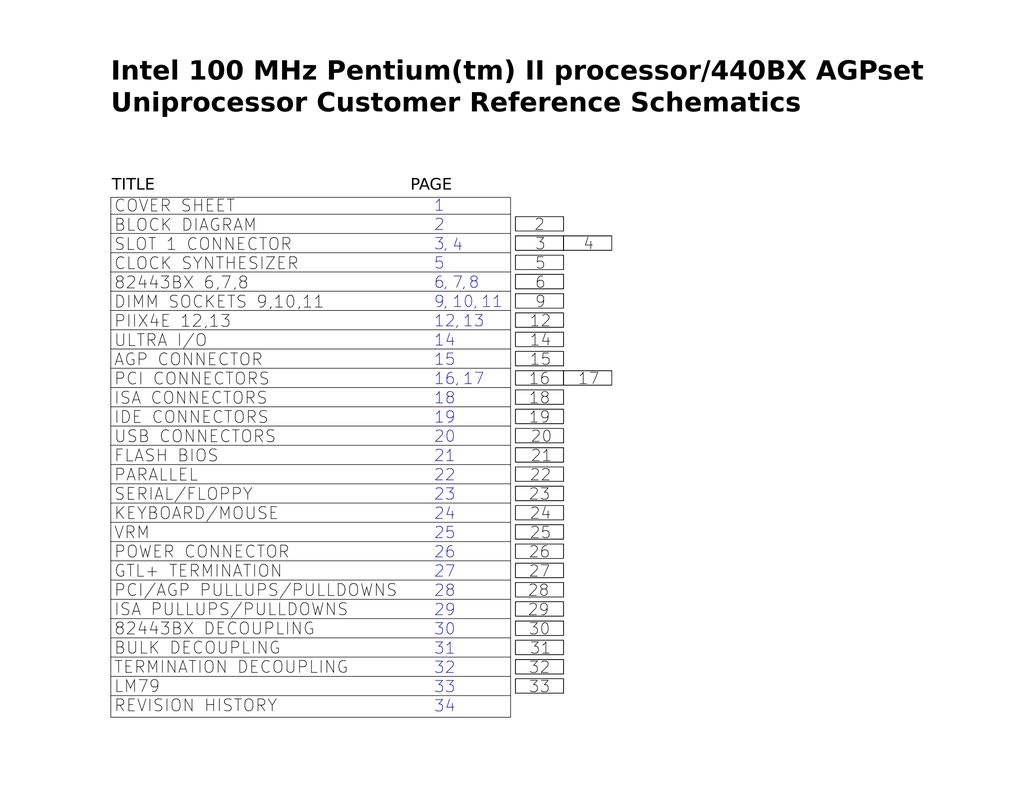
<source format=kicad_sch>
(kicad_sch
	(version 20241004)
	(generator "eeschema")
	(generator_version "8.99")
	(uuid "373c3af7-3bc7-49b4-93d6-3114ef59c408")
	(paper "User" 270 210)
	(title_block
		(title "Intel 100MHz Pentium(tm) II processor/440BX AGPset Uni-Processor Cover Sheet")
		(date "Thursday, April 09, 1998")
		(rev "1.0")
	)
	(lib_symbols)
	(rectangle
		(start 29.21 52.07)
		(end 134.62 189.23)
		(stroke
			(width 0)
			(type default)
			(color 0 0 0 1)
		)
		(fill
			(type none)
		)
		(uuid 59cdaa92-913b-414f-a690-8eadc4835b3c)
	)
	(text "14"
		(exclude_from_sim no)
		(at 114.3 89.916 0)
		(effects
			(font
				(size 3 3)
			)
			(justify left)
			(href "#14")
		)
		(uuid "00c90916-d0b3-4478-86df-6e61a39f3bc1")
	)
	(text ","
		(exclude_from_sim no)
		(at 119.634 84.836 0)
		(effects
			(font
				(size 3 3)
			)
			(justify left)
		)
		(uuid "0abb9a8e-51bb-4f35-860c-eae4f28c0efc")
	)
	(text "1"
		(exclude_from_sim no)
		(at 114.3 54.356 0)
		(effects
			(font
				(size 3 3)
			)
			(justify left)
			(href "#1")
		)
		(uuid "0bc33f78-7639-4194-91a5-1a1b7bd91984")
	)
	(text "26"
		(exclude_from_sim no)
		(at 114.3 145.796 0)
		(effects
			(font
				(size 3 3)
			)
			(justify left)
			(href "#26")
		)
		(uuid "0d9e0940-0d1f-41a3-b117-125bee73c69c")
	)
	(text "33"
		(exclude_from_sim no)
		(at 114.3 181.356 0)
		(effects
			(font
				(size 3 3)
			)
			(justify left)
			(href "#33")
		)
		(uuid "1769960f-8010-493f-992b-a26c2e5e26f5")
	)
	(text "3"
		(exclude_from_sim no)
		(at 114.3 64.516 0)
		(effects
			(font
				(size 3 3)
			)
			(justify left)
			(href "#3")
		)
		(uuid "186eb89f-6681-462b-8276-208e05e82e1b")
	)
	(text ","
		(exclude_from_sim no)
		(at 116.586 74.676 0)
		(effects
			(font
				(size 3 3)
			)
			(justify left)
		)
		(uuid "1b675ad8-1941-4b73-9cef-8e762e4579a8")
	)
	(text "5"
		(exclude_from_sim no)
		(at 114.3 69.596 0)
		(effects
			(font
				(size 3 3)
			)
			(justify left)
			(href "#5")
		)
		(uuid "239c2041-5d7b-406b-875e-b2778b0942d3")
	)
	(text "19"
		(exclude_from_sim no)
		(at 114.3 110.236 0)
		(effects
			(font
				(size 3 3)
			)
			(justify left)
			(href "#19")
		)
		(uuid "24eaa898-507f-4007-a00b-70899be74c7c")
	)
	(text "PAGE"
		(exclude_from_sim no)
		(at 108.204 49.784 0)
		(effects
			(font
				(face "Arial")
				(size 3 3)
				(thickness 0.6)
				(color 0 0 0 1)
			)
			(justify left)
		)
		(uuid "289050a7-2dcc-40e9-9597-366898ec2fdf")
	)
	(text "28"
		(exclude_from_sim no)
		(at 114.3 155.956 0)
		(effects
			(font
				(size 3 3)
			)
			(justify left)
			(href "#28")
		)
		(uuid "291fcc95-0f15-41a2-b069-6bc7a449feb6")
	)
	(text ","
		(exclude_from_sim no)
		(at 119.634 100.076 0)
		(effects
			(font
				(size 3 3)
			)
			(justify left)
		)
		(uuid "2fa0bcbe-cc6d-4e3a-8824-ca6b127a00b8")
	)
	(text "24"
		(exclude_from_sim no)
		(at 114.3 135.636 0)
		(effects
			(font
				(size 3 3)
			)
			(justify left)
			(href "#24")
		)
		(uuid "45932cb2-731b-4f44-b30e-f31d86033a68")
	)
	(text "16"
		(exclude_from_sim no)
		(at 114.3 100.076 0)
		(effects
			(font
				(size 3 3)
			)
			(justify left)
			(href "#16")
		)
		(uuid "4ca5dc17-ca6d-40ff-a791-1d070e3ee9cc")
	)
	(text "8"
		(exclude_from_sim no)
		(at 123.444 74.676 0)
		(effects
			(font
				(size 3 3)
			)
			(justify left)
			(href "#8")
		)
		(uuid "5821b384-2eb1-44b6-bd10-4c51d6795da8")
	)
	(text "12"
		(exclude_from_sim no)
		(at 114.3 84.836 0)
		(effects
			(font
				(size 3 3)
			)
			(justify left)
			(href "#12")
		)
		(uuid "663c481e-c8b2-438a-8fe8-fce2b8aa5dde")
	)
	(text "21"
		(exclude_from_sim no)
		(at 114.3 120.396 0)
		(effects
			(font
				(size 3 3)
			)
			(justify left)
			(href "#21")
		)
		(uuid "6e8895c0-f280-47d7-ac77-ba7d79eb20fc")
	)
	(text "32"
		(exclude_from_sim no)
		(at 114.3 176.276 0)
		(effects
			(font
				(size 3 3)
			)
			(justify left)
			(href "#32")
		)
		(uuid "773d5bd5-558f-4b01-8a7f-e65f09a4ef2c")
	)
	(text "29"
		(exclude_from_sim no)
		(at 114.3 161.036 0)
		(effects
			(font
				(size 3 3)
			)
			(justify left)
			(href "#29")
		)
		(uuid "78a2d96c-a403-49d1-88eb-049bceca48df")
	)
	(text "25"
		(exclude_from_sim no)
		(at 114.3 140.716 0)
		(effects
			(font
				(size 3 3)
			)
			(justify left)
			(href "#25")
		)
		(uuid "7c13bfeb-3098-4fc9-8de3-e131fe23c26f")
	)
	(text "Intel 100 MHz Pentium(tm) II processor/440BX AGPset\nUniprocessor Customer Reference Schematics"
		(exclude_from_sim no)
		(at 29.21 24.638 0)
		(effects
			(font
				(face "Arial")
				(size 5 5)
				(thickness 0.9)
				(bold yes)
				(color 0 0 0 1)
			)
			(justify left)
		)
		(uuid "93bf45f4-8288-4e3e-8d87-9bf2cfdac9e9")
	)
	(text "COVER SHEET\nBLOCK DIAGRAM\nSLOT 1 CONNECTOR\nCLOCK SYNTHESIZER\n82443BX 6,7,8\nDIMM SOCKETS 9,10,11\nPIIX4E 12,13\nULTRA I/O\nAGP CONNECTOR\nPCI CONNECTORS\nISA CONNECTORS\nIDE CONNECTORS\nUSB CONNECTORS\nFLASH BIOS\nPARALLEL\nSERIAL/FLOPPY\nKEYBOARD/MOUSE\nVRM\nPOWER CONNECTOR\nGTL+ TERMINATION\nPCI/AGP PULLUPS/PULLDOWNS\nISA PULLUPS/PULLDOWNS\n82443BX DECOUPLING\nBULK DECOUPLING\nTERMINATION DECOUPLING\nLM79\nREVISION HISTORY\n"
		(exclude_from_sim no)
		(at 29.972 120.396 0)
		(effects
			(font
				(size 3.15 3.15)
				(color 0 0 0 1)
			)
			(justify left)
		)
		(uuid "9f008e0a-c4a8-4b4e-ad39-9d3a46c773f4")
	)
	(text "2"
		(exclude_from_sim no)
		(at 114.3 59.436 0)
		(effects
			(font
				(size 3 3)
			)
			(justify left)
			(href "#2")
		)
		(uuid "a0cc5cb5-c96d-427e-a1ba-e5abc2ecca26")
	)
	(text "20"
		(exclude_from_sim no)
		(at 114.3 115.316 0)
		(effects
			(font
				(size 3 3)
			)
			(justify left)
			(href "#20")
		)
		(uuid "a463be30-e0e9-4fec-977e-240f458a1336")
	)
	(text "7"
		(exclude_from_sim no)
		(at 119.126 74.676 0)
		(effects
			(font
				(size 3 3)
			)
			(justify left)
			(href "#7")
		)
		(uuid "a6656aa2-e3f1-4bad-96eb-9f5ba185f3e8")
	)
	(text "6"
		(exclude_from_sim no)
		(at 114.3 74.676 0)
		(effects
			(font
				(size 3 3)
			)
			(justify left)
			(href "#6")
		)
		(uuid "a98fe799-be84-4f06-8ad2-f578a2582179")
	)
	(text "10"
		(exclude_from_sim no)
		(at 119.126 79.756 0)
		(effects
			(font
				(size 3 3)
			)
			(justify left)
			(href "#10")
		)
		(uuid "b71fea58-60ea-4a1e-a130-5fb257b72f98")
	)
	(text "18"
		(exclude_from_sim no)
		(at 114.3 105.156 0)
		(effects
			(font
				(size 3 3)
			)
			(justify left)
			(href "#18")
		)
		(uuid "bae57326-1352-4edc-82ab-2ad9ff625f44")
	)
	(text "34"
		(exclude_from_sim no)
		(at 114.3 186.436 0)
		(effects
			(font
				(size 3 3)
			)
			(justify left)
			(href "#34")
		)
		(uuid "bc1fab69-979d-4dae-b1fa-9be024345dce")
	)
	(text "31"
		(exclude_from_sim no)
		(at 114.3 171.196 0)
		(effects
			(font
				(size 3 3)
			)
			(justify left)
			(href "#31")
		)
		(uuid "bd168015-dabe-4a45-8b4c-3a51890eb252")
	)
	(text "22"
		(exclude_from_sim no)
		(at 114.3 125.476 0)
		(effects
			(font
				(size 3 3)
			)
			(justify left)
			(href "#22")
		)
		(uuid "c59b70b8-981d-4571-bf20-b28f74a04dde")
	)
	(text "13"
		(exclude_from_sim no)
		(at 121.92 84.836 0)
		(effects
			(font
				(size 3 3)
			)
			(justify left)
			(href "#13")
		)
		(uuid "c90c86ca-6cf7-44ef-8c48-383f8ae75135")
	)
	(text "TITLE"
		(exclude_from_sim no)
		(at 29.464 49.784 0)
		(effects
			(font
				(face "Arial")
				(size 3 3)
				(thickness 0.6)
				(color 0 0 0 1)
			)
			(justify left)
		)
		(uuid "ce08efd6-dff8-4ac2-ac02-2f0ef7c411cd")
	)
	(text "27"
		(exclude_from_sim no)
		(at 114.3 150.876 0)
		(effects
			(font
				(size 3 3)
			)
			(justify left)
			(href "#27")
		)
		(uuid "d0eb7266-f82a-4430-9f19-c99cbb1c1892")
	)
	(text "4"
		(exclude_from_sim no)
		(at 119.126 64.77 0)
		(effects
			(font
				(size 3 3)
			)
			(justify left)
			(href "#4")
		)
		(uuid "d69121c7-8506-4535-abdb-20ed1c7e8099")
	)
	(text "11"
		(exclude_from_sim no)
		(at 126.746 79.756 0)
		(effects
			(font
				(size 3 3)
			)
			(justify left)
			(href "#11")
		)
		(uuid "dca0b03e-ed60-472e-954d-c32b26acd3f1")
	)
	(text "15"
		(exclude_from_sim no)
		(at 114.3 94.996 0)
		(effects
			(font
				(size 3 3)
			)
			(justify left)
			(href "#15")
		)
		(uuid "e435a326-616e-4bce-b41a-f17363499076")
	)
	(text ","
		(exclude_from_sim no)
		(at 124.46 79.756 0)
		(effects
			(font
				(size 3 3)
			)
			(justify left)
		)
		(uuid "ec702128-b6bf-4a6a-b86f-101bb583bdc9")
	)
	(text "9"
		(exclude_from_sim no)
		(at 114.3 79.756 0)
		(effects
			(font
				(size 3 3)
			)
			(justify left)
			(href "#9")
		)
		(uuid "ef03ec22-38ae-4da9-80b5-026a1769dd21")
	)
	(text ","
		(exclude_from_sim no)
		(at 121.412 74.676 0)
		(effects
			(font
				(size 3 3)
			)
			(justify left)
		)
		(uuid "f1cd4255-48b7-4ef1-97ea-287249a44914")
	)
	(text "23"
		(exclude_from_sim no)
		(at 114.3 130.556 0)
		(effects
			(font
				(size 3 3)
			)
			(justify left)
			(href "#23")
		)
		(uuid "f3440cb5-c94b-4fc6-b73d-fb6632b82bef")
	)
	(text ","
		(exclude_from_sim no)
		(at 116.586 64.516 0)
		(effects
			(font
				(size 3 3)
			)
			(justify left)
		)
		(uuid "fae10589-9f69-4034-9e10-a5fb9a0b158d")
	)
	(text "30"
		(exclude_from_sim no)
		(at 114.3 166.116 0)
		(effects
			(font
				(size 3 3)
			)
			(justify left)
			(href "#30")
		)
		(uuid "fda4b538-eb89-4f35-9435-39171122c36e")
	)
	(text ","
		(exclude_from_sim no)
		(at 116.586 79.756 0)
		(effects
			(font
				(size 3 3)
			)
			(justify left)
		)
		(uuid "fde35911-d804-4775-a49d-1c2831fc5c2d")
	)
	(text "17"
		(exclude_from_sim no)
		(at 121.92 100.076 0)
		(effects
			(font
				(size 3 3)
			)
			(justify left)
			(href "#17")
		)
		(uuid "ff97261c-4404-474f-981c-d6a9eb4ca276")
	)
	(polyline
		(pts
			(xy 29.21 158.115) (xy 134.62 158.115)
		)
		(stroke
			(width 0)
			(type default)
			(color 0 0 0 1)
		)
		(uuid "0e5d28fa-8cf5-4103-adfb-5665ca707413")
	)
	(polyline
		(pts
			(xy 29.21 173.355) (xy 134.62 173.355)
		)
		(stroke
			(width 0)
			(type default)
			(color 0 0 0 1)
		)
		(uuid "1f88d460-c71a-4a06-9243-a90daede62d1")
	)
	(polyline
		(pts
			(xy 29.21 102.235) (xy 134.62 102.235)
		)
		(stroke
			(width 0)
			(type default)
			(color 0 0 0 1)
		)
		(uuid "2155fcc7-f0be-41d9-bafe-be504b97dfff")
	)
	(polyline
		(pts
			(xy 29.21 92.075) (xy 134.62 92.075)
		)
		(stroke
			(width 0)
			(type default)
			(color 0 0 0 1)
		)
		(uuid "278a4940-f206-4b38-bf60-a2375c05b4b2")
	)
	(polyline
		(pts
			(xy 29.21 132.715) (xy 134.62 132.715)
		)
		(stroke
			(width 0)
			(type default)
			(color 0 0 0 1)
		)
		(uuid "33fe14e3-e007-49c5-8882-d56438292887")
	)
	(polyline
		(pts
			(xy 29.21 168.275) (xy 134.62 168.275)
		)
		(stroke
			(width 0)
			(type default)
			(color 0 0 0 1)
		)
		(uuid "3d56d411-1b73-4ce8-b294-e353f02881ab")
	)
	(polyline
		(pts
			(xy 29.21 127.635) (xy 134.62 127.635)
		)
		(stroke
			(width 0)
			(type default)
			(color 0 0 0 1)
		)
		(uuid "46962b7e-6df1-4ec2-83ac-ddb75a5c1fa5")
	)
	(polyline
		(pts
			(xy 29.21 122.555) (xy 134.62 122.555)
		)
		(stroke
			(width 0)
			(type default)
			(color 0 0 0 1)
		)
		(uuid "49bc8f5d-49e2-404d-9ed1-1ac838c8b534")
	)
	(polyline
		(pts
			(xy 29.21 112.395) (xy 134.62 112.395)
		)
		(stroke
			(width 0)
			(type default)
			(color 0 0 0 1)
		)
		(uuid "4f015761-d11a-4f20-acce-4b8d069bcda4")
	)
	(polyline
		(pts
			(xy 29.21 66.675) (xy 134.62 66.675)
		)
		(stroke
			(width 0)
			(type default)
			(color 0 0 0 1)
		)
		(uuid "5e4f3708-201b-46d2-9884-c684b5bb90b6")
	)
	(polyline
		(pts
			(xy 29.21 86.995) (xy 134.62 86.995)
		)
		(stroke
			(width 0)
			(type default)
			(color 0 0 0 1)
		)
		(uuid "64005cb3-ca07-4de4-b56b-11c01a23027c")
	)
	(polyline
		(pts
			(xy 29.21 71.755) (xy 134.62 71.755)
		)
		(stroke
			(width 0)
			(type default)
			(color 0 0 0 1)
		)
		(uuid "8594edce-51ea-44f0-a41d-3c56876362a0")
	)
	(polyline
		(pts
			(xy 29.21 56.515) (xy 134.62 56.515)
		)
		(stroke
			(width 0)
			(type default)
			(color 0 0 0 1)
		)
		(uuid "8bc5dac1-fa34-4f65-9158-eb216226b654")
	)
	(polyline
		(pts
			(xy 29.21 107.315) (xy 134.62 107.315)
		)
		(stroke
			(width 0)
			(type default)
			(color 0 0 0 1)
		)
		(uuid "99e08776-63c1-4c09-925a-a6253221e351")
	)
	(polyline
		(pts
			(xy 29.21 163.195) (xy 134.62 163.195)
		)
		(stroke
			(width 0)
			(type default)
			(color 0 0 0 1)
		)
		(uuid "9db4e661-7aef-429e-9092-beae915d97c4")
	)
	(polyline
		(pts
			(xy 29.21 76.835) (xy 134.62 76.835)
		)
		(stroke
			(width 0)
			(type default)
			(color 0 0 0 1)
		)
		(uuid "a0bfe140-3edf-4a47-973a-72e15a5ea966")
	)
	(polyline
		(pts
			(xy 29.21 147.955) (xy 134.62 147.955)
		)
		(stroke
			(width 0)
			(type default)
			(color 0 0 0 1)
		)
		(uuid "a52a1555-9968-4a00-9449-eaea409ac3da")
	)
	(polyline
		(pts
			(xy 29.21 183.515) (xy 134.62 183.515)
		)
		(stroke
			(width 0)
			(type default)
			(color 0 0 0 1)
		)
		(uuid "a7b4225a-f127-4a0c-b3e8-b52d2981b718")
	)
	(polyline
		(pts
			(xy 29.21 153.035) (xy 134.62 153.035)
		)
		(stroke
			(width 0)
			(type default)
			(color 0 0 0 1)
		)
		(uuid "b3963e08-748e-404a-bf3a-e4a0a963d514")
	)
	(polyline
		(pts
			(xy 29.21 117.475) (xy 134.62 117.475)
		)
		(stroke
			(width 0)
			(type default)
			(color 0 0 0 1)
		)
		(uuid "b9b633c9-3ade-487a-8e60-830107b51cb0")
	)
	(polyline
		(pts
			(xy 29.21 97.155) (xy 134.62 97.155)
		)
		(stroke
			(width 0)
			(type default)
			(color 0 0 0 1)
		)
		(uuid "c8ac6bd7-b473-4c32-9047-735e5247d385")
	)
	(polyline
		(pts
			(xy 29.21 178.435) (xy 134.62 178.435)
		)
		(stroke
			(width 0)
			(type default)
			(color 0 0 0 1)
		)
		(uuid "d0911036-97f7-410e-8680-a2171e2fa582")
	)
	(polyline
		(pts
			(xy 29.21 142.875) (xy 134.62 142.875)
		)
		(stroke
			(width 0)
			(type default)
			(color 0 0 0 1)
		)
		(uuid "d360858d-0b46-4c0a-b103-e488c6c741b9")
	)
	(polyline
		(pts
			(xy 29.21 61.595) (xy 134.62 61.595)
		)
		(stroke
			(width 0)
			(type default)
			(color 0 0 0 1)
		)
		(uuid "e9785883-9b0d-4bcc-acf2-067141c3f665")
	)
	(polyline
		(pts
			(xy 29.21 137.795) (xy 134.62 137.795)
		)
		(stroke
			(width 0)
			(type default)
			(color 0 0 0 1)
		)
		(uuid "f043d77e-cf6a-4ac1-8b0f-937c4cdc6df2")
	)
	(polyline
		(pts
			(xy 29.21 81.915) (xy 134.62 81.915)
		)
		(stroke
			(width 0)
			(type default)
			(color 0 0 0 1)
		)
		(uuid "fabc00c0-2369-46f9-9f5d-bf7dd850a926")
	)
	(sheet
		(at 135.89 143.51)
		(size 12.7 3.81)
		(exclude_from_sim no)
		(in_bom yes)
		(on_board yes)
		(dnp no)
		(stroke
			(width 0.1524)
			(type solid)
			(color 0 0 0 1)
		)
		(fill
			(color 0 0 0 0.0000)
		)
		(uuid "0d44c185-cd8d-427c-aae6-f699898e47c6")
		(property "Sheetname" "Power Connector & Misc"
			(at 136.144 147.32 0)
			(effects
				(font
					(size 3 3)
				)
				(justify left bottom)
				(hide yes)
			)
		)
		(property "Sheetfile" "Power Connector & Misc.kicad_sch"
			(at 135.89 147.9046 0)
			(effects
				(font
					(size 1.27 1.27)
				)
				(justify left top)
				(hide yes)
			)
		)
		(property "page" "26"
			(at 142.24 145.542 0)
			(effects
				(font
					(size 3 3)
					(color 0 0 0 1)
				)
			)
		)
		(instances
			(project "440BX REFERENCE DESIGN"
				(path "/373c3af7-3bc7-49b4-93d6-3114ef59c408"
					(page "26")
				)
			)
		)
	)
	(sheet
		(at 135.89 163.83)
		(size 12.7 3.81)
		(exclude_from_sim no)
		(in_bom yes)
		(on_board yes)
		(dnp no)
		(stroke
			(width 0.1524)
			(type solid)
			(color 0 0 0 1)
		)
		(fill
			(color 0 0 0 0.0000)
		)
		(uuid "119affe0-f712-494e-8910-e2904acd0d7d")
		(property "Sheetname" "443BX DECOUPLING"
			(at 136.144 167.64 0)
			(effects
				(font
					(size 3 3)
				)
				(justify left bottom)
				(hide yes)
			)
		)
		(property "Sheetfile" "443BX DECOUPLING.kicad_sch"
			(at 135.89 168.2246 0)
			(effects
				(font
					(size 1.27 1.27)
				)
				(justify left top)
				(hide yes)
			)
		)
		(property "page" "30"
			(at 142.24 165.862 0)
			(effects
				(font
					(size 3 3)
					(color 0 0 0 1)
				)
			)
		)
		(instances
			(project "440BX REFERENCE DESIGN"
				(path "/373c3af7-3bc7-49b4-93d6-3114ef59c408"
					(page "30")
				)
			)
		)
	)
	(sheet
		(at 135.89 57.15)
		(size 12.7 3.81)
		(exclude_from_sim no)
		(in_bom yes)
		(on_board yes)
		(dnp no)
		(stroke
			(width 0.1524)
			(type solid)
			(color 0 0 0 1)
		)
		(fill
			(color 0 0 0 0.0000)
		)
		(uuid "1429e29f-9b79-44a6-b899-618b74bf12c1")
		(property "Sheetname" "BLOCK DIAGRAM"
			(at 135.89 56.4384 0)
			(effects
				(font
					(size 1.27 1.27)
				)
				(justify left bottom)
				(hide yes)
			)
		)
		(property "Sheetfile" "BLOCK DIAGRAM.kicad_sch"
			(at 135.89 61.5446 0)
			(effects
				(font
					(size 1.27 1.27)
				)
				(justify left top)
				(hide yes)
			)
		)
		(property "page" "2"
			(at 142.24 59.182 0)
			(effects
				(font
					(size 3 3)
					(color 0 0 0 1)
				)
			)
		)
		(instances
			(project "440BX REFERENCE DESIGN"
				(path "/373c3af7-3bc7-49b4-93d6-3114ef59c408"
					(page "2")
				)
			)
		)
	)
	(sheet
		(at 135.89 168.91)
		(size 12.7 3.81)
		(exclude_from_sim no)
		(in_bom yes)
		(on_board yes)
		(dnp no)
		(stroke
			(width 0.1524)
			(type solid)
			(color 0 0 0 1)
		)
		(fill
			(color 0 0 0 0.0000)
		)
		(uuid "2060545f-1ef3-4af5-ac95-92853a4b3600")
		(property "Sheetname" "BULK DECOUPLING"
			(at 136.144 172.72 0)
			(effects
				(font
					(size 3 3)
				)
				(justify left bottom)
				(hide yes)
			)
		)
		(property "Sheetfile" "BULK DECOUPLING.kicad_sch"
			(at 135.89 173.3046 0)
			(effects
				(font
					(size 1.27 1.27)
				)
				(justify left top)
				(hide yes)
			)
		)
		(property "page" "31"
			(at 142.494 170.942 0)
			(effects
				(font
					(size 3 3)
					(color 0 0 0 1)
				)
			)
		)
		(instances
			(project "440BX REFERENCE DESIGN"
				(path "/373c3af7-3bc7-49b4-93d6-3114ef59c408"
					(page "31")
				)
			)
		)
	)
	(sheet
		(at 135.89 67.31)
		(size 12.7 3.81)
		(exclude_from_sim no)
		(in_bom yes)
		(on_board yes)
		(dnp no)
		(stroke
			(width 0.1524)
			(type solid)
			(color 0 0 0 1)
		)
		(fill
			(color 0 0 0 0.0000)
		)
		(uuid "265f68ea-d5af-47e5-b361-9da793f8df8c")
		(property "Sheetname" "CLOCK SYNTHESIZER"
			(at 136.144 71.12 0)
			(effects
				(font
					(size 3 3)
				)
				(justify left bottom)
				(hide yes)
			)
		)
		(property "Sheetfile" "CLOCK SYNTHESIZER.kicad_sch"
			(at 135.89 71.7046 0)
			(effects
				(font
					(size 1.27 1.27)
				)
				(justify left top)
				(hide yes)
			)
		)
		(property "page" "5"
			(at 142.494 69.342 0)
			(effects
				(font
					(size 3 3)
					(color 0 0 0 1)
				)
			)
		)
		(instances
			(project "440BX REFERENCE DESIGN"
				(path "/373c3af7-3bc7-49b4-93d6-3114ef59c408"
					(page "5")
				)
			)
		)
	)
	(sheet
		(at 135.89 128.27)
		(size 12.7 3.81)
		(exclude_from_sim no)
		(in_bom yes)
		(on_board yes)
		(dnp no)
		(stroke
			(width 0.1524)
			(type solid)
			(color 0 0 0 1)
		)
		(fill
			(color 0 0 0 0.0000)
		)
		(uuid "3020945b-4e4f-4f21-b402-e212ded40366")
		(property "Sheetname" "SERIAL FLOPPY"
			(at 136.144 132.08 0)
			(effects
				(font
					(size 3 3)
				)
				(justify left bottom)
				(hide yes)
			)
		)
		(property "Sheetfile" "SERIAL AND FLOPPY.kicad_sch"
			(at 135.89 132.6646 0)
			(effects
				(font
					(size 1.27 1.27)
				)
				(justify left top)
				(hide yes)
			)
		)
		(property "page" "23"
			(at 142.24 130.302 0)
			(effects
				(font
					(size 3 3)
					(color 0 0 0 1)
				)
			)
		)
		(instances
			(project "440BX REFERENCE DESIGN"
				(path "/373c3af7-3bc7-49b4-93d6-3114ef59c408"
					(page "23")
				)
			)
		)
	)
	(sheet
		(at 135.89 173.99)
		(size 12.7 3.81)
		(exclude_from_sim no)
		(in_bom yes)
		(on_board yes)
		(dnp no)
		(stroke
			(width 0.1524)
			(type solid)
			(color 0 0 0 1)
		)
		(fill
			(color 0 0 0 0.0000)
		)
		(uuid "3584838d-96ec-434f-8ee3-bf4475f0a009")
		(property "Sheetname" "TERMINATION DECOUPLING"
			(at 136.144 177.8 0)
			(effects
				(font
					(size 3 3)
				)
				(justify left bottom)
				(hide yes)
			)
		)
		(property "Sheetfile" "TERMINATION DECOUPLING.kicad_sch"
			(at 135.89 189.0526 0)
			(effects
				(font
					(size 1.27 1.27)
				)
				(justify left top)
				(hide yes)
			)
		)
		(property "page" "32"
			(at 142.24 176.022 0)
			(effects
				(font
					(size 3 3)
					(color 0 0 0 1)
				)
			)
		)
		(instances
			(project "440BX REFERENCE DESIGN"
				(path "/373c3af7-3bc7-49b4-93d6-3114ef59c408"
					(page "32")
				)
			)
		)
	)
	(sheet
		(at 135.89 148.59)
		(size 12.7 3.81)
		(exclude_from_sim no)
		(in_bom yes)
		(on_board yes)
		(dnp no)
		(stroke
			(width 0.1524)
			(type solid)
			(color 0 0 0 1)
		)
		(fill
			(color 0 0 0 0.0000)
		)
		(uuid "42ff7eec-c187-4ca3-9790-357a8b504e3d")
		(property "Sheetname" "GTL+ TERMINATION"
			(at 136.144 152.4 0)
			(effects
				(font
					(size 3 3)
				)
				(justify left bottom)
				(hide yes)
			)
		)
		(property "Sheetfile" "GTL+ TERMINATION.kicad_sch"
			(at 135.89 161.1126 0)
			(effects
				(font
					(size 1.27 1.27)
				)
				(justify left top)
				(hide yes)
			)
		)
		(property "page" "27"
			(at 142.24 150.622 0)
			(effects
				(font
					(size 3 3)
					(color 0 0 0 1)
				)
			)
		)
		(instances
			(project "440BX REFERENCE DESIGN"
				(path "/373c3af7-3bc7-49b4-93d6-3114ef59c408"
					(page "27")
				)
			)
		)
	)
	(sheet
		(at 135.89 158.75)
		(size 12.7 3.81)
		(exclude_from_sim no)
		(in_bom yes)
		(on_board yes)
		(dnp no)
		(stroke
			(width 0.1524)
			(type solid)
			(color 0 0 0 1)
		)
		(fill
			(color 0 0 0 0.0000)
		)
		(uuid "4ad60b79-63c7-4731-9b04-d55aa0c6b8ad")
		(property "Sheetname" "ISA PULLUP-DOWNS"
			(at 136.144 162.56 0)
			(effects
				(font
					(size 3 3)
				)
				(justify left bottom)
				(hide yes)
			)
		)
		(property "Sheetfile" "ISA PULLUP-DOWNS.kicad_sch"
			(at 135.89 171.2726 0)
			(effects
				(font
					(size 1.27 1.27)
				)
				(justify left top)
				(hide yes)
			)
		)
		(property "page" "29"
			(at 141.986 160.782 0)
			(effects
				(font
					(size 3 3)
					(color 0 0 0 1)
				)
			)
		)
		(instances
			(project "440BX REFERENCE DESIGN"
				(path "/373c3af7-3bc7-49b4-93d6-3114ef59c408"
					(page "29")
				)
			)
		)
	)
	(sheet
		(at 135.89 87.63)
		(size 12.7 3.81)
		(exclude_from_sim no)
		(in_bom yes)
		(on_board yes)
		(dnp no)
		(stroke
			(width 0.1524)
			(type solid)
			(color 0 0 0 1)
		)
		(fill
			(color 0 0 0 0.0000)
		)
		(uuid "4ae91877-d4a0-470c-bf63-ff31a246f62d")
		(property "Sheetname" "ULTRA-IO.kicad_sch"
			(at 136.144 91.44 0)
			(effects
				(font
					(size 3 3)
				)
				(justify left bottom)
				(hide yes)
			)
		)
		(property "Sheetfile" "ULTRAIO.kicad_sch"
			(at 135.89 103.4546 0)
			(effects
				(font
					(size 1.27 1.27)
				)
				(justify left top)
				(hide yes)
			)
		)
		(property "page" "14"
			(at 142.494 89.662 0)
			(effects
				(font
					(size 3 3)
					(color 0 0 0 1)
				)
			)
		)
		(instances
			(project "440BX REFERENCE DESIGN"
				(path "/373c3af7-3bc7-49b4-93d6-3114ef59c408"
					(page "14")
				)
			)
		)
	)
	(sheet
		(at 135.89 118.11)
		(size 12.7 3.81)
		(exclude_from_sim no)
		(in_bom yes)
		(on_board yes)
		(dnp no)
		(stroke
			(width 0.1524)
			(type solid)
			(color 0 0 0 1)
		)
		(fill
			(color 0 0 0 0.0000)
		)
		(uuid "4be2e996-930c-4d61-8a42-17dafc596e56")
		(property "Sheetname" "FLASH BIOS"
			(at 136.144 121.666 0)
			(effects
				(font
					(size 3 3)
				)
				(justify left bottom)
				(hide yes)
			)
		)
		(property "Sheetfile" "FLASH BIOS.kicad_sch"
			(at 135.89 122.5046 0)
			(effects
				(font
					(size 1.27 1.27)
				)
				(justify left top)
				(hide yes)
			)
		)
		(property "page" "21"
			(at 142.748 120.142 0)
			(effects
				(font
					(size 3 3)
					(color 0 0 0 1)
				)
			)
		)
		(instances
			(project "440BX REFERENCE DESIGN"
				(path "/373c3af7-3bc7-49b4-93d6-3114ef59c408"
					(page "21")
				)
			)
		)
	)
	(sheet
		(at 135.89 62.23)
		(size 12.7 3.81)
		(exclude_from_sim no)
		(in_bom yes)
		(on_board yes)
		(dnp no)
		(stroke
			(width 0.1524)
			(type solid)
			(color 0 0 0 1)
		)
		(fill
			(color 0 0 0 0.0000)
		)
		(uuid "5fdc826b-6626-4913-807b-069554d316bd")
		(property "Sheetname" "SLOT 1 (PART I)"
			(at 136.398 66.04 0)
			(effects
				(font
					(size 3 3)
				)
				(justify left bottom)
				(hide yes)
			)
		)
		(property "Sheetfile" "SLOT 1 CONNECTOR.kicad_sch"
			(at 135.89 66.6246 0)
			(effects
				(font
					(size 1.27 1.27)
				)
				(justify left top)
				(hide yes)
			)
		)
		(property "page" "3"
			(at 142.494 64.262 0)
			(effects
				(font
					(size 3 3)
					(color 0 0 0 1)
				)
			)
		)
		(instances
			(project "440BX REFERENCE DESIGN"
				(path "/373c3af7-3bc7-49b4-93d6-3114ef59c408"
					(page "3")
				)
			)
		)
	)
	(sheet
		(at 135.89 72.39)
		(size 12.7 3.81)
		(exclude_from_sim no)
		(in_bom yes)
		(on_board yes)
		(dnp no)
		(stroke
			(width 0.1524)
			(type solid)
			(color 0 0 0 1)
		)
		(fill
			(color 0 0 0 0.0000)
		)
		(uuid "64138dad-0552-4410-af5b-f91ef9e9a39f")
		(property "Sheetname" "82443BX"
			(at 136.144 76.2 0)
			(effects
				(font
					(size 3 3)
				)
				(justify left bottom)
				(hide yes)
			)
		)
		(property "Sheetfile" "82443BX.kicad_sch"
			(at 135.89 76.7846 0)
			(effects
				(font
					(size 1.27 1.27)
				)
				(justify left top)
				(hide yes)
			)
		)
		(property "page" "6"
			(at 142.494 74.422 0)
			(effects
				(font
					(size 3 3)
					(color 0 0 0 1)
				)
			)
		)
		(instances
			(project "440BX REFERENCE DESIGN"
				(path "/373c3af7-3bc7-49b4-93d6-3114ef59c408"
					(page "6")
				)
			)
		)
	)
	(sheet
		(at 135.89 77.47)
		(size 12.7 3.81)
		(exclude_from_sim no)
		(in_bom yes)
		(on_board yes)
		(dnp no)
		(stroke
			(width 0.1524)
			(type solid)
			(color 0 0 0 1)
		)
		(fill
			(color 0 0 0 0.0000)
		)
		(uuid "687b5bed-272e-4918-8c99-59cf358e3033")
		(property "Sheetname" "DIMM SOCKETS"
			(at 136.144 81.28 0)
			(effects
				(font
					(size 3 3)
				)
				(justify left bottom)
				(hide yes)
			)
		)
		(property "Sheetfile" "DIMM SOCKETS.kicad_sch"
			(at 135.89 81.8646 0)
			(effects
				(font
					(size 1.27 1.27)
				)
				(justify left top)
				(hide yes)
			)
		)
		(property "page" "9"
			(at 142.494 79.502 0)
			(effects
				(font
					(size 3 3)
					(color 0 0 0 1)
				)
			)
		)
		(instances
			(project "440BX REFERENCE DESIGN"
				(path "/373c3af7-3bc7-49b4-93d6-3114ef59c408"
					(page "9")
				)
			)
		)
	)
	(sheet
		(at 135.89 153.67)
		(size 12.7 3.81)
		(exclude_from_sim no)
		(in_bom yes)
		(on_board yes)
		(dnp no)
		(stroke
			(width 0.1524)
			(type solid)
			(color 0 0 0 1)
		)
		(fill
			(color 0 0 0 0.0000)
		)
		(uuid "8f4d1765-f39f-477b-b636-0ce1756ae43d")
		(property "Sheetname" "PCI-AGP PULLUPS-DOWNS"
			(at 136.144 157.48 0)
			(effects
				(font
					(size 3 3)
				)
				(justify left bottom)
				(hide yes)
			)
		)
		(property "Sheetfile" "PCI-AGP PULLUPS-DOWNS.kicad_sch"
			(at 135.89 159.8426 0)
			(effects
				(font
					(size 1.27 1.27)
				)
				(justify left top)
				(hide yes)
			)
		)
		(property "page" "28"
			(at 141.986 155.702 0)
			(effects
				(font
					(size 3 3)
					(color 0 0 0 1)
				)
			)
		)
		(instances
			(project "440BX REFERENCE DESIGN"
				(path "/373c3af7-3bc7-49b4-93d6-3114ef59c408"
					(page "28")
				)
			)
		)
	)
	(sheet
		(at 135.89 92.71)
		(size 12.7 3.81)
		(exclude_from_sim no)
		(in_bom yes)
		(on_board yes)
		(dnp no)
		(stroke
			(width 0.1524)
			(type solid)
			(color 0 0 0 1)
		)
		(fill
			(color 0 0 0 0.0000)
		)
		(uuid "b5e0bb4f-60a8-4f96-ba38-e27a7f7da466")
		(property "Sheetname" "AGP CONNECTOR"
			(at 136.144 96.52 0)
			(effects
				(font
					(size 3 3)
				)
				(justify left bottom)
				(hide yes)
			)
		)
		(property "Sheetfile" "AGP CONNECTOR.kicad_sch"
			(at 135.89 103.4546 0)
			(effects
				(font
					(size 1.27 1.27)
				)
				(justify left top)
				(hide yes)
			)
		)
		(property "page" "15"
			(at 142.494 94.742 0)
			(effects
				(font
					(size 3 3)
					(color 0 0 0 1)
				)
			)
		)
		(instances
			(project "440BX REFERENCE DESIGN"
				(path "/373c3af7-3bc7-49b4-93d6-3114ef59c408"
					(page "15")
				)
			)
		)
	)
	(sheet
		(at 148.59 97.79)
		(size 12.7 3.81)
		(exclude_from_sim no)
		(in_bom yes)
		(on_board yes)
		(dnp no)
		(stroke
			(width 0.1524)
			(type solid)
			(color 0 0 0 1)
		)
		(fill
			(color 0 0 0 0.0000)
		)
		(uuid "be75dd4e-fe37-4466-bc74-689026b53b1d")
		(property "Sheetname" "PCI CONNECTORS 3 & 4"
			(at 148.59 101.6 0)
			(effects
				(font
					(size 3 3)
				)
				(justify left bottom)
				(hide yes)
			)
		)
		(property "Sheetfile" "PCI CONNECTORS1.kicad_sch"
			(at 148.59 102.1846 0)
			(effects
				(font
					(size 1.27 1.27)
				)
				(justify left top)
				(hide yes)
			)
		)
		(property "page" "17"
			(at 155.194 99.822 0)
			(effects
				(font
					(size 3 3)
					(color 0 0 0 1)
				)
			)
		)
		(instances
			(project "440BX REFERENCE DESIGN"
				(path "/373c3af7-3bc7-49b4-93d6-3114ef59c408"
					(page "17")
				)
			)
		)
	)
	(sheet
		(at 135.89 102.87)
		(size 12.7 3.81)
		(exclude_from_sim no)
		(in_bom yes)
		(on_board yes)
		(dnp no)
		(stroke
			(width 0.1524)
			(type solid)
			(color 0 0 0 1)
		)
		(fill
			(color 0 0 0 0.0000)
		)
		(uuid "c15c0eff-1e72-48d0-b4bd-7dd4043af671")
		(property "Sheetname" "ISA CONNECTORS"
			(at 136.144 106.68 0)
			(effects
				(font
					(size 3 3)
				)
				(justify left bottom)
				(hide yes)
			)
		)
		(property "Sheetfile" "ISA CONNECTORS.kicad_sch"
			(at 135.89 107.2646 0)
			(effects
				(font
					(size 1.27 1.27)
				)
				(justify left top)
				(hide yes)
			)
		)
		(property "page" "18"
			(at 142.24 104.902 0)
			(effects
				(font
					(size 3 3)
					(color 0 0 0 1)
				)
			)
		)
		(instances
			(project "440BX REFERENCE DESIGN"
				(path "/373c3af7-3bc7-49b4-93d6-3114ef59c408"
					(page "18")
				)
			)
		)
	)
	(sheet
		(at 135.89 179.07)
		(size 12.7 3.81)
		(exclude_from_sim no)
		(in_bom yes)
		(on_board yes)
		(dnp no)
		(stroke
			(width 0.1524)
			(type solid)
			(color 0 0 0 1)
		)
		(fill
			(color 0 0 0 0.0000)
		)
		(uuid "c4377d3c-f036-48c4-9526-82a7fdb86ffc")
		(property "Sheetname" "LM79"
			(at 136.144 182.88 0)
			(effects
				(font
					(size 3 3)
				)
				(justify left bottom)
				(hide yes)
			)
		)
		(property "Sheetfile" "HARDWARE MONITOR.kicad_sch"
			(at 135.89 193.6246 0)
			(effects
				(font
					(size 1.27 1.27)
				)
				(justify left top)
				(hide yes)
			)
		)
		(property "page" "33"
			(at 142.24 181.102 0)
			(effects
				(font
					(size 3 3)
					(color 0 0 0 1)
				)
			)
		)
		(instances
			(project "440BX REFERENCE DESIGN"
				(path "/373c3af7-3bc7-49b4-93d6-3114ef59c408"
					(page "33")
				)
			)
		)
	)
	(sheet
		(at 135.89 138.43)
		(size 12.7 3.81)
		(exclude_from_sim no)
		(in_bom yes)
		(on_board yes)
		(dnp no)
		(stroke
			(width 0.1524)
			(type solid)
			(color 0 0 0 1)
		)
		(fill
			(color 0 0 0 0.0000)
		)
		(uuid "c79a4051-ac56-4e8a-8db0-9f101ca7dcf5")
		(property "Sheetname" "VRM"
			(at 136.144 142.24 0)
			(effects
				(font
					(size 3 3)
				)
				(justify left bottom)
				(hide yes)
			)
		)
		(property "Sheetfile" "VRMS.kicad_sch"
			(at 135.89 142.8246 0)
			(effects
				(font
					(size 1.27 1.27)
				)
				(justify left top)
				(hide yes)
			)
		)
		(property "page" "25"
			(at 142.494 140.462 0)
			(effects
				(font
					(size 3 3)
					(color 0 0 0 1)
				)
			)
		)
		(instances
			(project "440BX REFERENCE DESIGN"
				(path "/373c3af7-3bc7-49b4-93d6-3114ef59c408"
					(page "25")
				)
			)
		)
	)
	(sheet
		(at 135.89 133.35)
		(size 12.7 3.81)
		(exclude_from_sim no)
		(in_bom yes)
		(on_board yes)
		(dnp no)
		(stroke
			(width 0.1524)
			(type solid)
			(color 0 0 0 1)
		)
		(fill
			(color 0 0 0 0.0000)
		)
		(uuid "cb7401be-6441-4669-a469-cab4d3dca15b")
		(property "Sheetname" "KEYBOARD MOUSE"
			(at 136.144 137.16 0)
			(effects
				(font
					(size 3 3)
				)
				(justify left bottom)
				(hide yes)
			)
		)
		(property "Sheetfile" "PS2 CONNS.kicad_sch"
			(at 135.89 137.7446 0)
			(effects
				(font
					(size 1.27 1.27)
				)
				(justify left top)
				(hide yes)
			)
		)
		(property "page" "24"
			(at 142.494 135.382 0)
			(effects
				(font
					(size 3 3)
					(color 0 0 0 1)
				)
			)
		)
		(instances
			(project "440BX REFERENCE DESIGN"
				(path "/373c3af7-3bc7-49b4-93d6-3114ef59c408"
					(page "24")
				)
			)
		)
	)
	(sheet
		(at 135.89 113.03)
		(size 12.7 3.81)
		(exclude_from_sim no)
		(in_bom yes)
		(on_board yes)
		(dnp no)
		(stroke
			(width 0.1524)
			(type solid)
			(color 0 0 0 1)
		)
		(fill
			(color 0 0 0 0.0000)
		)
		(uuid "cdb46ce8-e577-4564-9ab3-152f0ed09798")
		(property "Sheetname" "USB CONNECTORS"
			(at 136.144 116.84 0)
			(effects
				(font
					(size 3 3)
				)
				(justify left bottom)
				(hide yes)
			)
		)
		(property "Sheetfile" "USB CONNECTORS.kicad_sch"
			(at 135.89 117.4246 0)
			(effects
				(font
					(size 1.27 1.27)
				)
				(justify left top)
				(hide yes)
			)
		)
		(property "page" "20"
			(at 142.748 115.062 0)
			(effects
				(font
					(size 3 3)
					(color 0 0 0 1)
				)
			)
		)
		(instances
			(project "440BX REFERENCE DESIGN"
				(path "/373c3af7-3bc7-49b4-93d6-3114ef59c408"
					(page "20")
				)
			)
		)
	)
	(sheet
		(at 135.89 82.55)
		(size 12.7 3.81)
		(exclude_from_sim no)
		(in_bom yes)
		(on_board yes)
		(dnp no)
		(stroke
			(width 0.1524)
			(type solid)
			(color 0 0 0 1)
		)
		(fill
			(color 0 0 0 0.0000)
		)
		(uuid "d55f89e6-5b37-4815-973b-6303e5005bba")
		(property "Sheetname" "PII4XE"
			(at 136.144 86.36 0)
			(effects
				(font
					(size 3 3)
				)
				(justify left bottom)
				(hide yes)
			)
		)
		(property "Sheetfile" "PII4XE.kicad_sch"
			(at 135.89 86.9446 0)
			(effects
				(font
					(size 1.27 1.27)
				)
				(justify left top)
				(hide yes)
			)
		)
		(property "page" "12"
			(at 142.494 84.582 0)
			(effects
				(font
					(size 3 3)
					(color 0 0 0 1)
				)
			)
		)
		(instances
			(project "440BX REFERENCE DESIGN"
				(path "/373c3af7-3bc7-49b4-93d6-3114ef59c408"
					(page "12")
				)
			)
		)
	)
	(sheet
		(at 135.89 97.79)
		(size 12.7 3.81)
		(exclude_from_sim no)
		(in_bom yes)
		(on_board yes)
		(dnp no)
		(stroke
			(width 0.1524)
			(type solid)
			(color 0 0 0 1)
		)
		(fill
			(color 0 0 0 0.0000)
		)
		(uuid "e4eeeccb-2172-49c5-baf6-923b28080366")
		(property "Sheetname" "PCI CONNECTORS 1 & 2"
			(at 136.144 101.6 0)
			(effects
				(font
					(size 3 3)
				)
				(justify left bottom)
				(hide yes)
			)
		)
		(property "Sheetfile" "PCI CONNECTORS.kicad_sch"
			(at 135.89 102.1846 0)
			(effects
				(font
					(size 1.27 1.27)
				)
				(justify left top)
				(hide yes)
			)
		)
		(property "page" "16"
			(at 142.24 99.822 0)
			(effects
				(font
					(size 3 3)
					(color 0 0 0 1)
				)
			)
		)
		(instances
			(project "440BX REFERENCE DESIGN"
				(path "/373c3af7-3bc7-49b4-93d6-3114ef59c408"
					(page "16")
				)
			)
		)
	)
	(sheet
		(at 135.89 123.19)
		(size 12.7 3.81)
		(exclude_from_sim no)
		(in_bom yes)
		(on_board yes)
		(dnp no)
		(stroke
			(width 0.1524)
			(type solid)
			(color 0 0 0 1)
		)
		(fill
			(color 0 0 0 0.0000)
		)
		(uuid "e8fd9528-2006-411b-ac45-fff3a03b2403")
		(property "Sheetname" "PARALLEL"
			(at 136.144 127 0)
			(effects
				(font
					(size 3 3)
				)
				(justify left bottom)
				(hide yes)
			)
		)
		(property "Sheetfile" "PARALLEL.kicad_sch"
			(at 135.89 127.5846 0)
			(effects
				(font
					(size 1.27 1.27)
				)
				(justify left top)
				(hide yes)
			)
		)
		(property "page" "22"
			(at 142.494 125.222 0)
			(effects
				(font
					(size 3 3)
					(color 0 0 0 1)
				)
			)
		)
		(instances
			(project "440BX REFERENCE DESIGN"
				(path "/373c3af7-3bc7-49b4-93d6-3114ef59c408"
					(page "22")
				)
			)
		)
	)
	(sheet
		(at 135.89 107.95)
		(size 12.7 3.81)
		(exclude_from_sim no)
		(in_bom yes)
		(on_board yes)
		(dnp no)
		(stroke
			(width 0.1524)
			(type solid)
			(color 0 0 0 1)
		)
		(fill
			(color 0 0 0 0.0000)
		)
		(uuid "f25424ae-cd45-48fb-b3c0-3425c93bed41")
		(property "Sheetname" "IDE CONNECTORS"
			(at 136.144 111.76 0)
			(effects
				(font
					(size 3 3)
				)
				(justify left bottom)
				(hide yes)
			)
		)
		(property "Sheetfile" "IDE CONNECTORS.kicad_sch"
			(at 135.89 112.3446 0)
			(effects
				(font
					(size 1.27 1.27)
				)
				(justify left top)
				(hide yes)
			)
		)
		(property "page" "19"
			(at 142.24 109.982 0)
			(effects
				(font
					(size 3 3)
					(color 0 0 0 1)
				)
			)
		)
		(instances
			(project "440BX REFERENCE DESIGN"
				(path "/373c3af7-3bc7-49b4-93d6-3114ef59c408"
					(page "19")
				)
			)
		)
	)
	(sheet
		(at 148.59 62.23)
		(size 12.7 3.81)
		(exclude_from_sim no)
		(in_bom yes)
		(on_board yes)
		(dnp no)
		(stroke
			(width 0.1524)
			(type solid)
			(color 0 0 0 1)
		)
		(fill
			(color 0 0 0 0.0000)
		)
		(uuid "fcc266a0-3641-408e-8ed9-4d56a83ccf3e")
		(property "Sheetname" "SLOT 1 (PART II)"
			(at 149.098 66.04 0)
			(effects
				(font
					(size 3 3)
				)
				(justify left bottom)
				(hide yes)
			)
		)
		(property "Sheetfile" "SLOT 1 CONNECTOR1.kicad_sch"
			(at 148.59 66.6246 0)
			(effects
				(font
					(size 1.27 1.27)
				)
				(justify left top)
				(hide yes)
			)
		)
		(property "page" "4"
			(at 155.194 64.262 0)
			(effects
				(font
					(size 3 3)
					(color 0 0 0 1)
				)
			)
		)
		(instances
			(project "440BX REFERENCE DESIGN"
				(path "/373c3af7-3bc7-49b4-93d6-3114ef59c408"
					(page "4")
				)
			)
		)
	)
	(sheet_instances
		(path "/"
			(page "1")
		)
	)
	(embedded_fonts no)
	(embedded_files
		(file
			(name "440BX REFERENCE DESIGN.kicad_wks")
			(type worksheet)
			(data |KLUv/WDlB40SAAZcVyDwGD3QMXKnXDsbi32DJuszM1YDozZwAa5Ts8AzOG+fCk8ARwBRAB8C2Rxl
				XwvKtfP8xzkDlTB26Ddr8ms5A4WyPWW/P/kXAICAwCO9f4sFxCyPZTf3cJ7VGX/Nfh1kwKSUiBln
				X2y/7KUCICD4RibPVjU7KgSeJa3+k3/2NCLo7EhRp6xd+9U9z9lvxtpzHTtaIw1zWTv39ttD39sl
				4Vzb6r/edVibPXu73lHK/lz/s6z2rt7XPHf4H2ceDtVygVgaFk9ZzKIVFE5KRYKRbCCX22GU/CKj
				pB5+Cq+OcgXJNB4eiAaDkagI3c3wr4+cMyr7X9ca9bH/kUR0tmygJu2YZVmUiALgL/7IprM/HAGB
				AVNARWMJmFi8f5ZIozmOeF1tuBQ4/yvp28medSQKScMUg3PKCSlNSBijZrn6tiGTjCTDvc1stq/G
				LnjRQR96NehmvHvI6q9dxp/O7gVmoCE9pJQiEilIkkI6YGTExqobNwSlNVRTpI+GWluUtzbAf5mA
				30RDIVnOD/bYCZAulz/3q5O2kVtoSPgu+vVJtuwApwIAk70iciO5ou0cAi0kC9d0sDAIJSAZgDDG
				iYGlMcsbgByPt3DRgvjhABywoz82hwwFBYQRGmrqiWpFYSry2VMukazjaK2hOyAI0ZzSn6hW9sIx
				fLDbh5+HdQEyi7BwCx3/0ivTjet5tAkCmklFQkpQU4sX+pAw7vokDvlQsBc9TL8aIBzYiABIRMps
				0UG6bUkZbEigc7xi79OhqU7qw7oeCA6XuKmcNCAdg1cF|
			)
			(checksum "AEDEA97BEAD93D669076F0EFF005E131")
		)
	)
)

</source>
